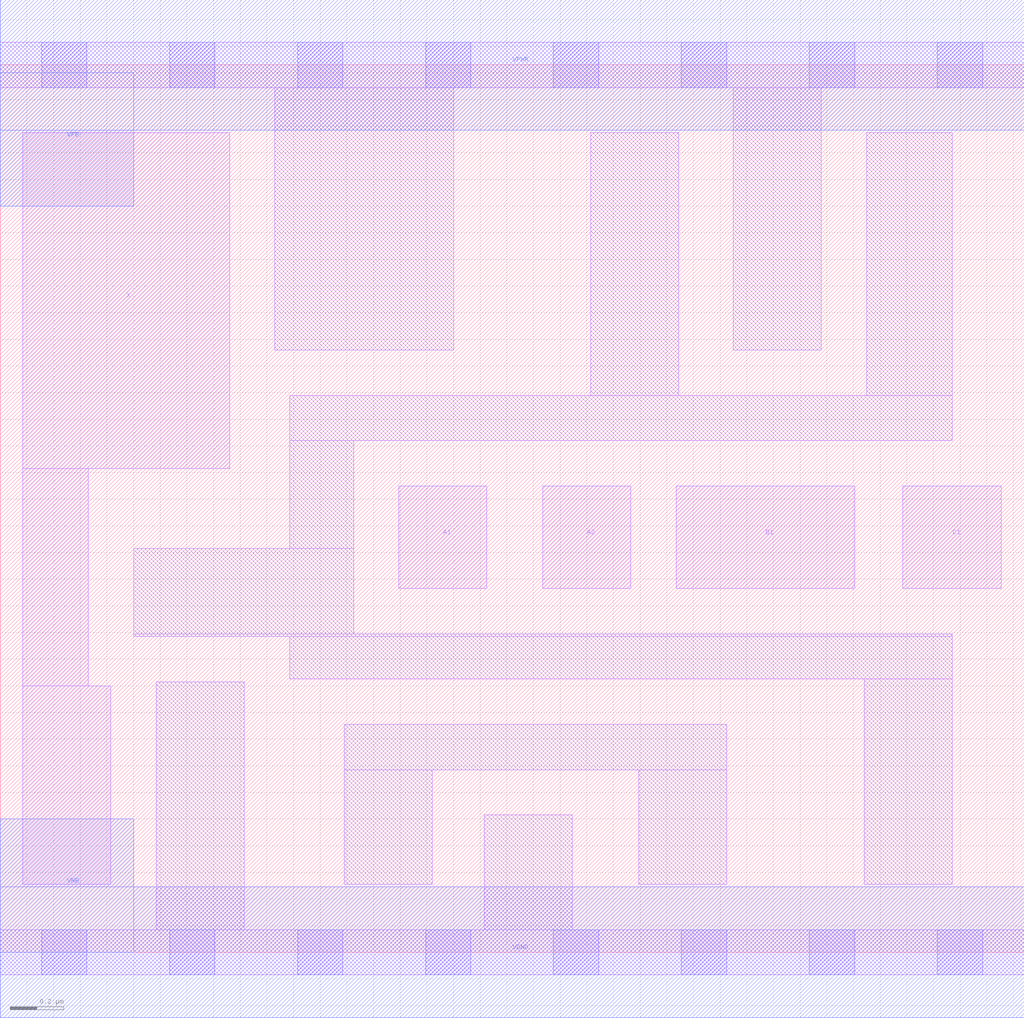
<source format=lef>
# Copyright 2020 The SkyWater PDK Authors
#
# Licensed under the Apache License, Version 2.0 (the "License");
# you may not use this file except in compliance with the License.
# You may obtain a copy of the License at
#
#     https://www.apache.org/licenses/LICENSE-2.0
#
# Unless required by applicable law or agreed to in writing, software
# distributed under the License is distributed on an "AS IS" BASIS,
# WITHOUT WARRANTIES OR CONDITIONS OF ANY KIND, either express or implied.
# See the License for the specific language governing permissions and
# limitations under the License.
#
# SPDX-License-Identifier: Apache-2.0

VERSION 5.5 ;
NAMESCASESENSITIVE ON ;
BUSBITCHARS "[]" ;
DIVIDERCHAR "/" ;
MACRO sky130_fd_sc_lp__o211a_1
  CLASS CORE ;
  SOURCE USER ;
  ORIGIN  0.000000  0.000000 ;
  SIZE  3.840000 BY  3.330000 ;
  SYMMETRY X Y R90 ;
  SITE unit ;
  PIN A1
    ANTENNAGATEAREA  0.315000 ;
    DIRECTION INPUT ;
    USE SIGNAL ;
    PORT
      LAYER li1 ;
        RECT 1.495000 1.365000 1.825000 1.750000 ;
    END
  END A1
  PIN A2
    ANTENNAGATEAREA  0.315000 ;
    DIRECTION INPUT ;
    USE SIGNAL ;
    PORT
      LAYER li1 ;
        RECT 2.035000 1.365000 2.365000 1.750000 ;
    END
  END A2
  PIN B1
    ANTENNAGATEAREA  0.315000 ;
    DIRECTION INPUT ;
    USE SIGNAL ;
    PORT
      LAYER li1 ;
        RECT 2.535000 1.365000 3.205000 1.750000 ;
    END
  END B1
  PIN C1
    ANTENNAGATEAREA  0.315000 ;
    DIRECTION INPUT ;
    USE SIGNAL ;
    PORT
      LAYER li1 ;
        RECT 3.385000 1.365000 3.755000 1.750000 ;
    END
  END C1
  PIN X
    ANTENNADIFFAREA  0.556500 ;
    DIRECTION OUTPUT ;
    USE SIGNAL ;
    PORT
      LAYER li1 ;
        RECT 0.085000 0.255000 0.415000 1.000000 ;
        RECT 0.085000 1.000000 0.330000 1.815000 ;
        RECT 0.085000 1.815000 0.860000 3.075000 ;
    END
  END X
  PIN VGND
    DIRECTION INOUT ;
    USE GROUND ;
    PORT
      LAYER met1 ;
        RECT 0.000000 -0.245000 3.840000 0.245000 ;
    END
  END VGND
  PIN VNB
    DIRECTION INOUT ;
    USE GROUND ;
    PORT
      LAYER met1 ;
        RECT 0.000000 0.000000 0.500000 0.500000 ;
    END
  END VNB
  PIN VPB
    DIRECTION INOUT ;
    USE POWER ;
    PORT
      LAYER met1 ;
        RECT 0.000000 2.800000 0.500000 3.300000 ;
    END
  END VPB
  PIN VPWR
    DIRECTION INOUT ;
    USE POWER ;
    PORT
      LAYER met1 ;
        RECT 0.000000 3.085000 3.840000 3.575000 ;
    END
  END VPWR
  OBS
    LAYER li1 ;
      RECT 0.000000 -0.085000 3.840000 0.085000 ;
      RECT 0.000000  3.245000 3.840000 3.415000 ;
      RECT 0.500000  1.185000 3.570000 1.195000 ;
      RECT 0.500000  1.195000 1.325000 1.515000 ;
      RECT 0.585000  0.085000 0.915000 1.015000 ;
      RECT 1.030000  2.260000 1.700000 3.245000 ;
      RECT 1.085000  1.025000 3.570000 1.185000 ;
      RECT 1.085000  1.515000 1.325000 1.920000 ;
      RECT 1.085000  1.920000 3.570000 2.090000 ;
      RECT 1.290000  0.255000 1.620000 0.685000 ;
      RECT 1.290000  0.685000 2.725000 0.855000 ;
      RECT 1.815000  0.085000 2.145000 0.515000 ;
      RECT 2.215000  2.090000 2.545000 3.075000 ;
      RECT 2.395000  0.255000 2.725000 0.685000 ;
      RECT 2.750000  2.260000 3.080000 3.245000 ;
      RECT 3.240000  0.255000 3.570000 1.025000 ;
      RECT 3.250000  2.090000 3.570000 3.075000 ;
    LAYER mcon ;
      RECT 0.155000 -0.085000 0.325000 0.085000 ;
      RECT 0.155000  3.245000 0.325000 3.415000 ;
      RECT 0.635000 -0.085000 0.805000 0.085000 ;
      RECT 0.635000  3.245000 0.805000 3.415000 ;
      RECT 1.115000 -0.085000 1.285000 0.085000 ;
      RECT 1.115000  3.245000 1.285000 3.415000 ;
      RECT 1.595000 -0.085000 1.765000 0.085000 ;
      RECT 1.595000  3.245000 1.765000 3.415000 ;
      RECT 2.075000 -0.085000 2.245000 0.085000 ;
      RECT 2.075000  3.245000 2.245000 3.415000 ;
      RECT 2.555000 -0.085000 2.725000 0.085000 ;
      RECT 2.555000  3.245000 2.725000 3.415000 ;
      RECT 3.035000 -0.085000 3.205000 0.085000 ;
      RECT 3.035000  3.245000 3.205000 3.415000 ;
      RECT 3.515000 -0.085000 3.685000 0.085000 ;
      RECT 3.515000  3.245000 3.685000 3.415000 ;
  END
END sky130_fd_sc_lp__o211a_1
END LIBRARY

</source>
